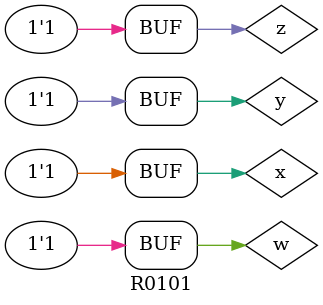
<source format=v>
/*
    -identificação: 

R0101 - 15 / 10 / 2024

Nome: Davi Cândido de Almeida
Matricula: 857859
Código de Pessoa: 1527368

*/


// ---------------------
// -- expression
// ---------------------

module f01_a (output s, input a, b, c, d);
    assign s = (~a&b&~c&~d) | (a&~b&~c&~d) | (a&~b&~c&d) | (a&b&~c&~d) | (a&b&~c&d) | (a&b&c&~d);
endmodule 



module f01_b (output s, input A, B, C, D);

    assign s = (A|B|C|D) & (A|B|C|~D) & (A|B|~C|D) & (A|B|~C|~D) & (A|~B|C|~D) & (A|~B|~C|D) & (A|~B|~C|~D) & (~A|B|~C|D) & (~A|B|~C|~D) & (~A|~B|~C|~D);

endmodule 


module f01_c (output s, input a, b, c, d);

    assign s = (a&~c) | (b&~c&~d) | (a&b&~d) ;

endmodule 


module f01_d (output s, input A, B, C, D);

    assign s = (A|B) & (A|~D) & (A|~C) & (~C|~D) & (B|~C) ;

endmodule 


module f01_e (output s, input a, b, c, d);

    assign s = ~( ~(a&~(c&c)) & ~(b&~(c&c)&~(d&d)) & ~(a&b&~(d&d)) );

endmodule 

module f01_f (output s, input A, B, C, D);

    assign s = ~( (~(A|B)) | (~(A|~(D|D))) | (~(A|~(C|C))) | (~(~(C|C)|~(D|D))) |( ~(B|~(C|C))) );

endmodule 



// ---------------------
// -- test_module
// ---------------------
module R0101;
    reg x, y, w, z;
    wire s1, s2, s3, s4, s5, s6;
    // instancias
    f01_a f01_a (s1, x, y, w, z);
    f01_b f01_b (s2, x, y, w, z);
    f01_c f01_c (s3, x, y, w, z);
    f01_d f01_d (s4, x, y, w, z);
    f01_e f01_e (s5, x, y, w, z);
    f01_f f01_f (s6, x, y, w, z);

    // valores iniciais
    initial begin: start
    x=1'bx; y=1'bx; z=1'bx; w = 1'bx; // indefinidos
    end
    // parte principal
    initial begin: main
    // identificacao
    $display(" Davi Cândido de Almeida - 857859");
    $display("\n Atividade 01)  \n");

    x=1'bx; y=1'bx; z=1'bx; w = 1'bx;
    $display(" a  b  c  d =  a) b) c) d) e) f)");
    $monitor("%2b %2b %2b %2b = %2b %2b %2b %2b %2b %2b  ", x, y, w, z, s1, s2, s3, s4, s5, s6);
    #1 x=0; y=0; w = 0; z=0; 
    #1 x=0; y=0; w = 0; z=1;
    #1 x=0; y=0; w = 1; z=0; 
    #1 x=0; y=0; w = 1; z=1; 
    #1 x=0; y=1; w = 0; z=0; 
    #1 x=0; y=1; w = 0; z=1; 
    #1 x=0; y=1; w = 1; z=0; 
    #1 x=0; y=1; w = 1; z=1; 
    #1 x=1; y=0; w = 0; z=0; 
    #1 x=1; y=0; w = 0; z=1; 
    #1 x=1; y=0; w = 1; z=0; 
    #1 x=1; y=0; w = 1; z=1; 
    #1 x=1; y=1; w = 0; z=0; 
    #1 x=1; y=1; w = 0; z=1; 
    #1 x=1; y=1; w = 1; z=0; 
    #1 x=1; y=1; w = 1; z=1; 
        
end
endmodule // test_module
/*
    -Saídas de resultados:

 Davi Cândido de Almeida - 857859

 Atividade 01)  

 a  b  c  d =  a) b) c) d) e) f)
 x  x  x  x =  x  x  x  x  x  x  
 0  0  0  0 =  0  0  0  0  0  0  
 0  0  0  1 =  0  0  0  0  0  0  
 0  0  1  0 =  0  0  0  0  0  0  
 0  0  1  1 =  0  0  0  0  0  0  
 0  1  0  0 =  1  1  1  1  1  1  
 0  1  0  1 =  0  0  0  0  0  0  
 0  1  1  0 =  0  0  0  0  0  0  
 0  1  1  1 =  0  0  0  0  0  0  
 1  0  0  0 =  1  1  1  1  1  1  
 1  0  0  1 =  1  1  1  1  1  1  
 1  0  1  0 =  0  0  0  0  0  0  
 1  0  1  1 =  0  0  0  0  0  0  
 1  1  0  0 =  1  1  1  1  1  1  
 1  1  0  1 =  1  1  1  1  1  1  
 1  1  1  0 =  1  1  1  1  1  1  
 1  1  1  1 =  0  0  0  0  0  0 


*/

/*
    -Notas:

Para compilar: iverilog -o R0101.vvp R0101.v
Para executar: vvp R0101.vvp
*/




</source>
